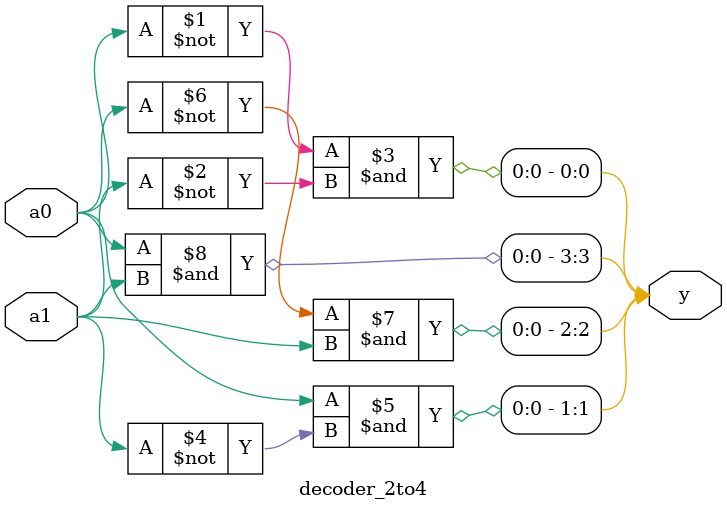
<source format=v>
`timescale 1ns/10ps

module tb_decoder_2to4();
wire [3:0] d;
reg a1,a0;
decoder_2to4 uut(d,a1,a0);

initial
begin
#00 a1=1'b0 ; a0=1'b0 ; 
#20 a1=1'b0 ; a0=1'b1 ; 
#20 a1=1'b1 ; a0=1'b0 ; 
#20 a1=1'b1 ; a0=1'b1 ; 
#20 $stop ; 
end
	
initial
begin
$monitor("time=%3d, a1=%b, a0=%b, d=%2b",$time,a1,a0,d);
end

initial
begin
$dumpfile("decoder_2to4.vcd");
$dumpvars;
end

endmodule

module decoder_2to4(y,a1,a0);

	output [3:0] y;
	input a1,a0;

	assign y[0] = (~a0)&(~a1);
	assign y[1] = (a0)&(~a1);
	assign y[2] = (~a0)&(a1);
	assign y[3] = (a0)&(a1);

endmodule


</source>
